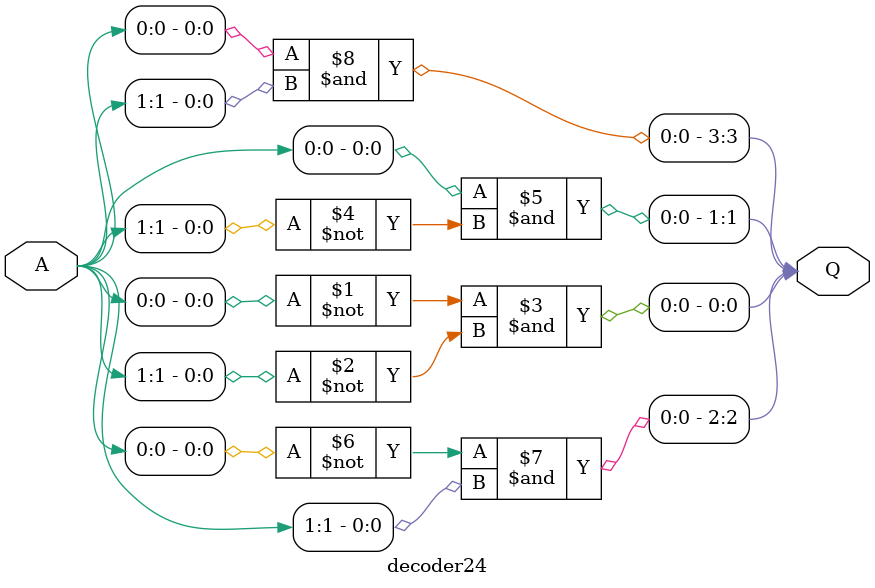
<source format=v>
module decoder24 (input [1:0]A, output [3:0]Q);
	assign Q[0] = ~A[0] & ~A[1];
	assign Q[1] = A[0] & ~A[1];
	assign Q[2] = ~A[0] & A[1];
	assign Q[3] = A[0] & A[1];
endmodule
</source>
